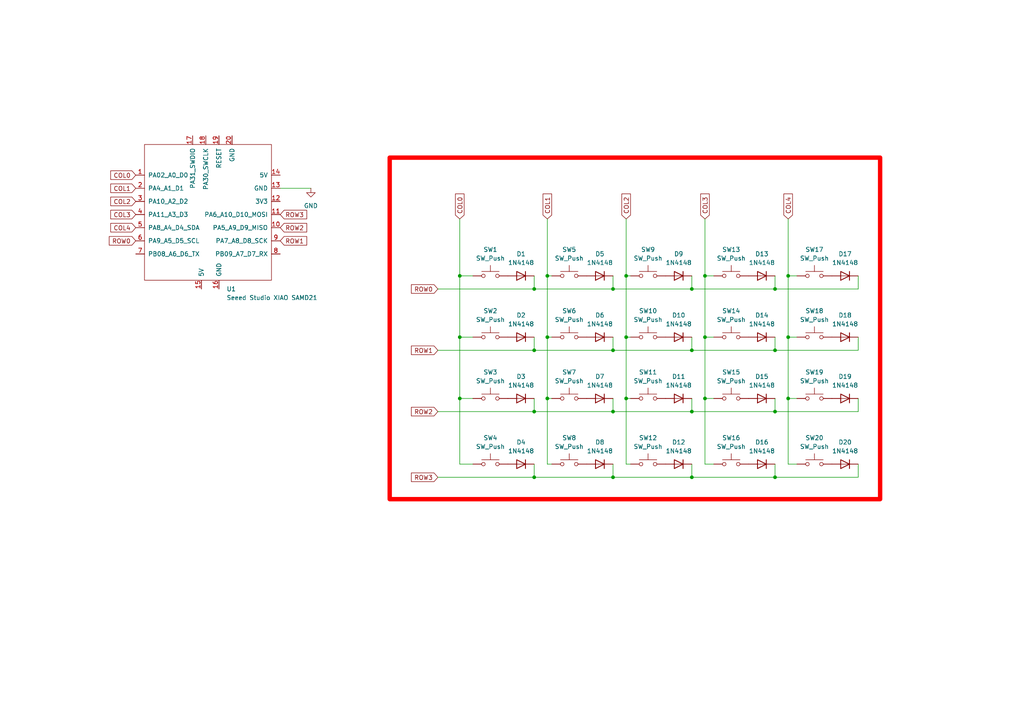
<source format=kicad_sch>
(kicad_sch (version 20231120) (generator "eeschema") (generator_version "8.0")
  (paper "A4")
  (lib_symbols
    (symbol "Diode:1N4148" (pin_numbers hide) (pin_names hide)
      (property "Reference" "D" (at 0 2.54 0))
      (property "Value" "1N4148" (at 0 -2.54 0))
      (symbol "1N4148_0_1"
        (polyline (pts (xy -1.27 1.27) (xy -1.27 -1.27)) (stroke (width 0.254)))
        (polyline (pts (xy 1.27 0) (xy -1.27 0)))
        (polyline (pts (xy 1.27 1.27) (xy 1.27 -1.27) (xy -1.27 0) (xy 1.27 1.27)) (stroke (width 0.254)))
      )
      (symbol "1N4148_1_1"
        (pin passive line (at -3.81 0 0) (length 2.54) (name "K") (number "1"))
        (pin passive line (at 3.81 0 180) (length 2.54) (name "A") (number "2"))
      )
    )
    (symbol "Seeed_Studio_XIAO_Series:Seeed Studio XIAO SAMD21" (pin_names (offset 1.016))
      (property "Reference" "U" (at -19.05 22.86 0))
      (property "Value" "Seeed Studio XIAO SAMD21" (at -12.7 21.59 0))
      (symbol "Seeed Studio XIAO SAMD21_0_1"
        (rectangle (start -19.05 20.32) (end 17.78 -19.05))
      )
      (symbol "Seeed Studio XIAO SAMD21_1_1"
        (pin unspecified line (at -21.59 11.43 0) (length 2.54) (name "PA02_A0_D0") (number "1"))
        (pin unspecified line (at 20.32 -3.81 180) (length 2.54) (name "PA5_A9_D9_MISO") (number "10"))
        (pin unspecified line (at 20.32 0 180) (length 2.54) (name "PA6_A10_D10_MOSI") (number "11"))
        (pin unspecified line (at 20.32 3.81 180) (length 2.54) (name "3V3") (number "12"))
        (pin unspecified line (at 20.32 7.62 180) (length 2.54) (name "GND") (number "13"))
        (pin unspecified line (at 20.32 11.43 180) (length 2.54) (name "5V") (number "14"))
        (pin input line (at -2.54 -21.59 90) (length 2.54) (name "5V") (number "15"))
        (pin input line (at 2.54 -21.59 90) (length 2.54) (name "GND") (number "16"))
        (pin input line (at -5.08 22.86 270) (length 2.54) (name "PA31_SWDIO") (number "17"))
        (pin input line (at -1.27 22.86 270) (length 2.54) (name "PA30_SWCLK") (number "18"))
        (pin input line (at 2.54 22.86 270) (length 2.54) (name "RESET") (number "19"))
        (pin unspecified line (at -21.59 7.62 0) (length 2.54) (name "PA4_A1_D1") (number "2"))
        (pin input line (at 6.35 22.86 270) (length 2.54) (name "GND") (number "20"))
        (pin unspecified line (at -21.59 3.81 0) (length 2.54) (name "PA10_A2_D2") (number "3"))
        (pin unspecified line (at -21.59 0 0) (length 2.54) (name "PA11_A3_D3") (number "4"))
        (pin unspecified line (at -21.59 -3.81 0) (length 2.54) (name "PA8_A4_D4_SDA") (number "5"))
        (pin unspecified line (at -21.59 -7.62 0) (length 2.54) (name "PA9_A5_D5_SCL") (number "6"))
        (pin unspecified line (at -21.59 -11.43 0) (length 2.54) (name "PB08_A6_D6_TX") (number "7"))
        (pin unspecified line (at 20.32 -11.43 180) (length 2.54) (name "PB09_A7_D7_RX") (number "8"))
        (pin unspecified line (at 20.32 -7.62 180) (length 2.54) (name "PA7_A8_D8_SCK") (number "9"))
      )
    )
    (symbol "Switch:SW_Push" (pin_numbers hide) (pin_names (offset 1.016) hide)
      (property "Reference" "SW" (at 1.27 2.54 0))
      (property "Value" "SW_Push" (at 0 -1.524 0))
      (symbol "SW_Push_0_1"
        (circle (center -2.032 0) (radius 0.508))
        (polyline (pts (xy 0 1.27) (xy 0 3.048)))
        (polyline (pts (xy 2.54 1.27) (xy -2.54 1.27)))
        (circle (center 2.032 0) (radius 0.508))
        (pin passive line (at -5.08 0 0) (length 2.54) (name "1") (number "1"))
        (pin passive line (at 5.08 0 180) (length 2.54) (name "2") (number "2"))
      )
    )
    (symbol "power:GND" (power) (pin_numbers hide) (pin_names (offset 0) hide)
      (property "Value" "GND" (at 0 -3.81 0))
      (symbol "GND_0_1"
        (polyline (pts (xy 0 0) (xy 0 -1.27) (xy 1.27 -1.27) (xy 0 -2.54) (xy -1.27 -1.27) (xy 0 -1.27)))
      )
      (symbol "GND_1_1"
        (pin power_in line (at 0 0 270) (length 0) (name "~") (number "1"))
      )
    )
  )
  (junction (at 158.75 80.01))
  (junction (at 158.75 97.79))
  (junction (at 133.35 97.79))
  (junction (at 133.35 115.57))
  (junction (at 224.79 119.38))
  (junction (at 228.6 97.79))
  (junction (at 181.61 80.01))
  (junction (at 204.47 115.57))
  (junction (at 224.79 101.6))
  (junction (at 154.94 119.38))
  (junction (at 200.66 138.43))
  (junction (at 204.47 80.01))
  (junction (at 154.94 83.82))
  (junction (at 228.6 115.57))
  (junction (at 200.66 119.38))
  (junction (at 177.8 119.38))
  (junction (at 158.75 115.57))
  (junction (at 204.47 97.79))
  (junction (at 181.61 115.57))
  (junction (at 200.66 83.82))
  (junction (at 228.6 80.01))
  (junction (at 200.66 101.6))
  (junction (at 133.35 80.01))
  (junction (at 154.94 138.43))
  (junction (at 177.8 138.43))
  (junction (at 177.8 83.82))
  (junction (at 181.61 97.79))
  (junction (at 224.79 83.82))
  (junction (at 177.8 101.6))
  (junction (at 224.79 138.43))
  (junction (at 154.94 101.6))
  (wire (pts (xy 228.6 80.01) (xy 228.6 97.79)))
  (wire (pts (xy 177.8 80.01) (xy 177.8 83.82)))
  (wire (pts (xy 181.61 134.62) (xy 182.88 134.62)))
  (wire (pts (xy 158.75 63.5) (xy 158.75 80.01)))
  (wire (pts (xy 158.75 115.57) (xy 158.75 134.62)))
  (wire (pts (xy 127 83.82) (xy 154.94 83.82)))
  (wire (pts (xy 181.61 115.57) (xy 182.88 115.57)))
  (wire (pts (xy 200.66 97.79) (xy 200.66 101.6)))
  (wire (pts (xy 228.6 63.5) (xy 228.6 80.01)))
  (wire (pts (xy 154.94 80.01) (xy 154.94 83.82)))
  (wire (pts (xy 154.94 101.6) (xy 177.8 101.6)))
  (wire (pts (xy 133.35 80.01) (xy 133.35 97.79)))
  (wire (pts (xy 133.35 115.57) (xy 137.16 115.57)))
  (wire (pts (xy 158.75 80.01) (xy 160.02 80.01)))
  (wire (pts (xy 158.75 80.01) (xy 158.75 97.79)))
  (wire (pts (xy 177.8 83.82) (xy 200.66 83.82)))
  (wire (pts (xy 181.61 115.57) (xy 181.61 134.62)))
  (wire (pts (xy 177.8 134.62) (xy 177.8 138.43)))
  (wire (pts (xy 177.8 138.43) (xy 200.66 138.43)))
  (wire (pts (xy 228.6 115.57) (xy 231.14 115.57)))
  (wire (pts (xy 177.8 97.79) (xy 177.8 101.6)))
  (wire (pts (xy 228.6 134.62) (xy 231.14 134.62)))
  (wire (pts (xy 224.79 119.38) (xy 248.92 119.38)))
  (wire (pts (xy 127 119.38) (xy 154.94 119.38)))
  (wire (pts (xy 224.79 101.6) (xy 248.92 101.6)))
  (wire (pts (xy 133.35 134.62) (xy 137.16 134.62)))
  (wire (pts (xy 181.61 63.5) (xy 181.61 80.01)))
  (wire (pts (xy 224.79 80.01) (xy 224.79 83.82)))
  (wire (pts (xy 181.61 97.79) (xy 182.88 97.79)))
  (wire (pts (xy 154.94 83.82) (xy 177.8 83.82)))
  (wire (pts (xy 181.61 97.79) (xy 181.61 115.57)))
  (wire (pts (xy 133.35 97.79) (xy 133.35 115.57)))
  (wire (pts (xy 133.35 97.79) (xy 137.16 97.79)))
  (wire (pts (xy 248.92 134.62) (xy 248.92 138.43)))
  (wire (pts (xy 224.79 138.43) (xy 248.92 138.43)))
  (wire (pts (xy 204.47 134.62) (xy 207.01 134.62)))
  (wire (pts (xy 200.66 119.38) (xy 224.79 119.38)))
  (wire (pts (xy 154.94 115.57) (xy 154.94 119.38)))
  (wire (pts (xy 177.8 101.6) (xy 200.66 101.6)))
  (wire (pts (xy 200.66 138.43) (xy 224.79 138.43)))
  (wire (pts (xy 224.79 134.62) (xy 224.79 138.43)))
  (wire (pts (xy 224.79 97.79) (xy 224.79 101.6)))
  (wire (pts (xy 133.35 63.5) (xy 133.35 80.01)))
  (wire (pts (xy 248.92 80.01) (xy 248.92 83.82)))
  (wire (pts (xy 154.94 119.38) (xy 177.8 119.38)))
  (wire (pts (xy 158.75 97.79) (xy 158.75 115.57)))
  (wire (pts (xy 248.92 97.79) (xy 248.92 101.6)))
  (wire (pts (xy 204.47 80.01) (xy 207.01 80.01)))
  (wire (pts (xy 204.47 97.79) (xy 204.47 115.57)))
  (wire (pts (xy 127 101.6) (xy 154.94 101.6)))
  (wire (pts (xy 177.8 115.57) (xy 177.8 119.38)))
  (wire (pts (xy 200.66 134.62) (xy 200.66 138.43)))
  (wire (pts (xy 228.6 97.79) (xy 228.6 115.57)))
  (wire (pts (xy 228.6 97.79) (xy 231.14 97.79)))
  (wire (pts (xy 177.8 119.38) (xy 200.66 119.38)))
  (wire (pts (xy 231.14 80.01) (xy 228.6 80.01)))
  (wire (pts (xy 181.61 80.01) (xy 181.61 97.79)))
  (wire (pts (xy 228.6 115.57) (xy 228.6 134.62)))
  (wire (pts (xy 200.66 80.01) (xy 200.66 83.82)))
  (wire (pts (xy 158.75 97.79) (xy 160.02 97.79)))
  (wire (pts (xy 248.92 115.57) (xy 248.92 119.38)))
  (wire (pts (xy 224.79 115.57) (xy 224.79 119.38)))
  (wire (pts (xy 204.47 63.5) (xy 204.47 80.01)))
  (wire (pts (xy 133.35 80.01) (xy 137.16 80.01)))
  (wire (pts (xy 200.66 83.82) (xy 224.79 83.82)))
  (wire (pts (xy 204.47 115.57) (xy 207.01 115.57)))
  (wire (pts (xy 81.28 54.61) (xy 90.17 54.61)))
  (wire (pts (xy 154.94 97.79) (xy 154.94 101.6)))
  (wire (pts (xy 154.94 138.43) (xy 177.8 138.43)))
  (wire (pts (xy 200.66 115.57) (xy 200.66 119.38)))
  (wire (pts (xy 158.75 134.62) (xy 160.02 134.62)))
  (wire (pts (xy 158.75 115.57) (xy 160.02 115.57)))
  (wire (pts (xy 133.35 115.57) (xy 133.35 134.62)))
  (wire (pts (xy 204.47 115.57) (xy 204.47 134.62)))
  (wire (pts (xy 181.61 80.01) (xy 182.88 80.01)))
  (wire (pts (xy 154.94 134.62) (xy 154.94 138.43)))
  (wire (pts (xy 127 138.43) (xy 154.94 138.43)))
  (wire (pts (xy 200.66 101.6) (xy 224.79 101.6)))
  (wire (pts (xy 204.47 80.01) (xy 204.47 97.79)))
  (wire (pts (xy 204.47 97.79) (xy 207.01 97.79)))
  (wire (pts (xy 224.79 83.82) (xy 248.92 83.82)))
  (rectangle (start 113.03 45.72) (end 255.27 144.78) (stroke (width 1.27) (color 255 0 0 1)))
  (global_label "ROW0" (shape input) (at 127 83.82 180) (property "Intersheetrefs" "${INTERSHEET_REFS}" (effects (hide yes))))
  (global_label "COL0" (shape input) (at 133.35 63.5 90) (property "Intersheetrefs" "${INTERSHEET_REFS}" (effects (hide yes))))
  (global_label "ROW2" (shape input) (at 81.28 66.04 0) (property "Intersheetrefs" "${INTERSHEET_REFS}" (effects (hide yes))))
  (global_label "COL3" (shape input) (at 39.37 62.23 180) (property "Intersheetrefs" "${INTERSHEET_REFS}" (effects (hide yes))))
  (global_label "COL3" (shape input) (at 204.47 63.5 90) (property "Intersheetrefs" "${INTERSHEET_REFS}" (effects (hide yes))))
  (global_label "ROW1" (shape input) (at 81.28 69.85 0) (property "Intersheetrefs" "${INTERSHEET_REFS}" (effects (hide yes))))
  (global_label "COL1" (shape input) (at 158.75 63.5 90) (property "Intersheetrefs" "${INTERSHEET_REFS}" (effects (hide yes))))
  (global_label "ROW3" (shape input) (at 127 138.43 180) (property "Intersheetrefs" "${INTERSHEET_REFS}" (effects (hide yes))))
  (global_label "COL1" (shape input) (at 39.37 54.61 180) (property "Intersheetrefs" "${INTERSHEET_REFS}" (effects (hide yes))))
  (global_label "ROW1" (shape input) (at 127 101.6 180) (property "Intersheetrefs" "${INTERSHEET_REFS}" (effects (hide yes))))
  (global_label "COL2" (shape input) (at 39.37 58.42 180) (property "Intersheetrefs" "${INTERSHEET_REFS}" (effects (hide yes))))
  (global_label "COL4" (shape input) (at 39.37 66.04 180) (property "Intersheetrefs" "${INTERSHEET_REFS}" (effects (hide yes))))
  (global_label "ROW0" (shape input) (at 39.37 69.85 180) (property "Intersheetrefs" "${INTERSHEET_REFS}" (effects (hide yes))))
  (global_label "ROW2" (shape input) (at 127 119.38 180) (property "Intersheetrefs" "${INTERSHEET_REFS}" (effects (hide yes))))
  (global_label "ROW3" (shape input) (at 81.28 62.23 0) (property "Intersheetrefs" "${INTERSHEET_REFS}" (effects (hide yes))))
  (global_label "COL0" (shape input) (at 39.37 50.8 180) (property "Intersheetrefs" "${INTERSHEET_REFS}" (effects (hide yes))))
  (global_label "COL2" (shape input) (at 181.61 63.5 90) (property "Intersheetrefs" "${INTERSHEET_REFS}" (effects (hide yes))))
  (global_label "COL4" (shape input) (at 228.6 63.5 90) (property "Intersheetrefs" "${INTERSHEET_REFS}" (effects (hide yes))))
  (symbol (lib_id "Diode:1N4148") (at 196.85 115.57 180) (unit 1)
    (property "Reference" "D11" (at 196.85 109.22 0))
    (property "Value" "1N4148" (at 196.85 111.76 0))
    (property "Footprint" "Diode_THT:D_DO-35_SOD27_P7.62mm_Horizontal" (effects (hide yes)))
    (property "Datasheet" "https://assets.nexperia.com/documents/data-sheet/1N4148_1N4448.pdf" (effects (hide yes)))
    (property "Description" "100V 0.15A standard switching diode, DO-35" (effects (hide yes)))
    (property "Sim.Device" "D" (effects (hide yes)))
    (property "Sim.Pins" "1=K 2=A" (effects (hide yes)))
  )
  (symbol (lib_id "Switch:SW_Push") (at 165.1 80.01 0) (unit 1)
    (property "Reference" "SW5" (at 165.1 72.39 0))
    (property "Value" "SW_Push" (at 165.1 74.93 0))
    (property "Footprint" "Button_Switch_Keyboard:SW_Cherry_MX_1.00u_PCB" (effects (hide yes)))
    (property "Description" "Push button switch, generic, two pins" (effects (hide yes)))
  )
  (symbol (lib_id "Diode:1N4148") (at 151.13 80.01 180) (unit 1)
    (property "Reference" "D1" (at 151.13 73.66 0))
    (property "Value" "1N4148" (at 151.13 76.2 0))
    (property "Footprint" "Diode_THT:D_DO-35_SOD27_P7.62mm_Horizontal" (effects (hide yes)))
    (property "Datasheet" "https://assets.nexperia.com/documents/data-sheet/1N4148_1N4448.pdf" (effects (hide yes)))
    (property "Description" "100V 0.15A standard switching diode, DO-35" (effects (hide yes)))
    (property "Sim.Device" "D" (effects (hide yes)))
    (property "Sim.Pins" "1=K 2=A" (effects (hide yes)))
  )
  (symbol (lib_id "Diode:1N4148") (at 151.13 97.79 180) (unit 1)
    (property "Reference" "D2" (at 151.13 91.44 0))
    (property "Value" "1N4148" (at 151.13 93.98 0))
    (property "Footprint" "Diode_THT:D_DO-35_SOD27_P7.62mm_Horizontal" (effects (hide yes)))
    (property "Datasheet" "https://assets.nexperia.com/documents/data-sheet/1N4148_1N4448.pdf" (effects (hide yes)))
    (property "Description" "100V 0.15A standard switching diode, DO-35" (effects (hide yes)))
    (property "Sim.Device" "D" (effects (hide yes)))
    (property "Sim.Pins" "1=K 2=A" (effects (hide yes)))
  )
  (symbol (lib_id "Switch:SW_Push") (at 236.22 115.57 0) (unit 1)
    (property "Reference" "SW19" (at 236.22 107.95 0))
    (property "Value" "SW_Push" (at 236.22 110.49 0))
    (property "Footprint" "Button_Switch_Keyboard:SW_Cherry_MX_1.00u_PCB" (effects (hide yes)))
    (property "Description" "Push button switch, generic, two pins" (effects (hide yes)))
  )
  (symbol (lib_id "Switch:SW_Push") (at 212.09 80.01 0) (unit 1)
    (property "Reference" "SW13" (at 212.09 72.39 0))
    (property "Value" "SW_Push" (at 212.09 74.93 0))
    (property "Footprint" "Button_Switch_Keyboard:SW_Cherry_MX_1.00u_PCB" (effects (hide yes)))
    (property "Description" "Push button switch, generic, two pins" (effects (hide yes)))
  )
  (symbol (lib_id "Seeed_Studio_XIAO_Series:Seeed Studio XIAO SAMD21") (at 60.96 62.23 0) (unit 1)
    (property "Reference" "U1" (at 65.6941 83.82 0) (effects (justify left)))
    (property "Value" "Seeed Studio XIAO SAMD21" (at 65.6941 86.36 0) (effects (justify left)))
    (property "Footprint" "Seeed Studio XIAO Series Library:XIAO-RP2040-DIP" (effects (hide yes)))
  )
  (symbol (lib_id "Switch:SW_Push") (at 187.96 134.62 0) (unit 1)
    (property "Reference" "SW12" (at 187.96 127 0))
    (property "Value" "SW_Push" (at 187.96 129.54 0))
    (property "Footprint" "Button_Switch_Keyboard:SW_Cherry_MX_1.00u_PCB" (effects (hide yes)))
    (property "Description" "Push button switch, generic, two pins" (effects (hide yes)))
  )
  (symbol (lib_id "Diode:1N4148") (at 173.99 97.79 180) (unit 1)
    (property "Reference" "D6" (at 173.99 91.44 0))
    (property "Value" "1N4148" (at 173.99 93.98 0))
    (property "Footprint" "Diode_THT:D_DO-35_SOD27_P7.62mm_Horizontal" (effects (hide yes)))
    (property "Datasheet" "https://assets.nexperia.com/documents/data-sheet/1N4148_1N4448.pdf" (effects (hide yes)))
    (property "Description" "100V 0.15A standard switching diode, DO-35" (effects (hide yes)))
    (property "Sim.Device" "D" (effects (hide yes)))
    (property "Sim.Pins" "1=K 2=A" (effects (hide yes)))
  )
  (symbol (lib_id "Switch:SW_Push") (at 187.96 115.57 0) (unit 1)
    (property "Reference" "SW11" (at 187.96 107.95 0))
    (property "Value" "SW_Push" (at 187.96 110.49 0))
    (property "Footprint" "Button_Switch_Keyboard:SW_Cherry_MX_1.00u_PCB" (effects (hide yes)))
    (property "Description" "Push button switch, generic, two pins" (effects (hide yes)))
  )
  (symbol (lib_id "Switch:SW_Push") (at 142.24 80.01 0) (unit 1)
    (property "Reference" "SW1" (at 142.24 72.39 0))
    (property "Value" "SW_Push" (at 142.24 74.93 0))
    (property "Footprint" "Button_Switch_Keyboard:SW_Cherry_MX_1.00u_PCB" (effects (hide yes)))
    (property "Description" "Push button switch, generic, two pins" (effects (hide yes)))
  )
  (symbol (lib_id "Switch:SW_Push") (at 212.09 134.62 0) (unit 1)
    (property "Reference" "SW16" (at 212.09 127 0))
    (property "Value" "SW_Push" (at 212.09 129.54 0))
    (property "Footprint" "Button_Switch_Keyboard:SW_Cherry_MX_1.00u_PCB" (effects (hide yes)))
    (property "Description" "Push button switch, generic, two pins" (effects (hide yes)))
  )
  (symbol (lib_id "Diode:1N4148") (at 173.99 115.57 180) (unit 1)
    (property "Reference" "D7" (at 173.99 109.22 0))
    (property "Value" "1N4148" (at 173.99 111.76 0))
    (property "Footprint" "Diode_THT:D_DO-35_SOD27_P7.62mm_Horizontal" (effects (hide yes)))
    (property "Datasheet" "https://assets.nexperia.com/documents/data-sheet/1N4148_1N4448.pdf" (effects (hide yes)))
    (property "Description" "100V 0.15A standard switching diode, DO-35" (effects (hide yes)))
    (property "Sim.Device" "D" (effects (hide yes)))
    (property "Sim.Pins" "1=K 2=A" (effects (hide yes)))
  )
  (symbol (lib_id "Switch:SW_Push") (at 165.1 134.62 0) (unit 1)
    (property "Reference" "SW8" (at 165.1 127 0))
    (property "Value" "SW_Push" (at 165.1 129.54 0))
    (property "Footprint" "Button_Switch_Keyboard:SW_Cherry_MX_1.00u_PCB" (effects (hide yes)))
    (property "Description" "Push button switch, generic, two pins" (effects (hide yes)))
  )
  (symbol (lib_id "Diode:1N4148") (at 220.98 115.57 180) (unit 1)
    (property "Reference" "D15" (at 220.98 109.22 0))
    (property "Value" "1N4148" (at 220.98 111.76 0))
    (property "Footprint" "Diode_THT:D_DO-35_SOD27_P7.62mm_Horizontal" (effects (hide yes)))
    (property "Datasheet" "https://assets.nexperia.com/documents/data-sheet/1N4148_1N4448.pdf" (effects (hide yes)))
    (property "Description" "100V 0.15A standard switching diode, DO-35" (effects (hide yes)))
    (property "Sim.Device" "D" (effects (hide yes)))
    (property "Sim.Pins" "1=K 2=A" (effects (hide yes)))
  )
  (symbol (lib_id "Diode:1N4148") (at 220.98 134.62 180) (unit 1)
    (property "Reference" "D16" (at 220.98 128.27 0))
    (property "Value" "1N4148" (at 220.98 130.81 0))
    (property "Footprint" "Diode_THT:D_DO-35_SOD27_P7.62mm_Horizontal" (effects (hide yes)))
    (property "Datasheet" "https://assets.nexperia.com/documents/data-sheet/1N4148_1N4448.pdf" (effects (hide yes)))
    (property "Description" "100V 0.15A standard switching diode, DO-35" (effects (hide yes)))
    (property "Sim.Device" "D" (effects (hide yes)))
    (property "Sim.Pins" "1=K 2=A" (effects (hide yes)))
  )
  (symbol (lib_id "Diode:1N4148") (at 173.99 80.01 180) (unit 1)
    (property "Reference" "D5" (at 173.99 73.66 0))
    (property "Value" "1N4148" (at 173.99 76.2 0))
    (property "Footprint" "Diode_THT:D_DO-35_SOD27_P7.62mm_Horizontal" (effects (hide yes)))
    (property "Datasheet" "https://assets.nexperia.com/documents/data-sheet/1N4148_1N4448.pdf" (effects (hide yes)))
    (property "Description" "100V 0.15A standard switching diode, DO-35" (effects (hide yes)))
    (property "Sim.Device" "D" (effects (hide yes)))
    (property "Sim.Pins" "1=K 2=A" (effects (hide yes)))
  )
  (symbol (lib_id "Diode:1N4148") (at 245.11 80.01 180) (unit 1)
    (property "Reference" "D17" (at 245.11 73.66 0))
    (property "Value" "1N4148" (at 245.11 76.2 0))
    (property "Footprint" "Diode_THT:D_DO-35_SOD27_P7.62mm_Horizontal" (effects (hide yes)))
    (property "Datasheet" "https://assets.nexperia.com/documents/data-sheet/1N4148_1N4448.pdf" (effects (hide yes)))
    (property "Description" "100V 0.15A standard switching diode, DO-35" (effects (hide yes)))
    (property "Sim.Device" "D" (effects (hide yes)))
    (property "Sim.Pins" "1=K 2=A" (effects (hide yes)))
  )
  (symbol (lib_id "Diode:1N4148") (at 151.13 115.57 180) (unit 1)
    (property "Reference" "D3" (at 151.13 109.22 0))
    (property "Value" "1N4148" (at 151.13 111.76 0))
    (property "Footprint" "Diode_THT:D_DO-35_SOD27_P7.62mm_Horizontal" (effects (hide yes)))
    (property "Datasheet" "https://assets.nexperia.com/documents/data-sheet/1N4148_1N4448.pdf" (effects (hide yes)))
    (property "Description" "100V 0.15A standard switching diode, DO-35" (effects (hide yes)))
    (property "Sim.Device" "D" (effects (hide yes)))
    (property "Sim.Pins" "1=K 2=A" (effects (hide yes)))
  )
  (symbol (lib_id "Diode:1N4148") (at 245.11 97.79 180) (unit 1)
    (property "Reference" "D18" (at 245.11 91.44 0))
    (property "Value" "1N4148" (at 245.11 93.98 0))
    (property "Footprint" "Diode_THT:D_DO-35_SOD27_P7.62mm_Horizontal" (effects (hide yes)))
    (property "Datasheet" "https://assets.nexperia.com/documents/data-sheet/1N4148_1N4448.pdf" (effects (hide yes)))
    (property "Description" "100V 0.15A standard switching diode, DO-35" (effects (hide yes)))
    (property "Sim.Device" "D" (effects (hide yes)))
    (property "Sim.Pins" "1=K 2=A" (effects (hide yes)))
  )
  (symbol (lib_id "Diode:1N4148") (at 151.13 134.62 180) (unit 1)
    (property "Reference" "D4" (at 151.13 128.27 0))
    (property "Value" "1N4148" (at 151.13 130.81 0))
    (property "Footprint" "Diode_THT:D_DO-35_SOD27_P7.62mm_Horizontal" (effects (hide yes)))
    (property "Datasheet" "https://assets.nexperia.com/documents/data-sheet/1N4148_1N4448.pdf" (effects (hide yes)))
    (property "Description" "100V 0.15A standard switching diode, DO-35" (effects (hide yes)))
    (property "Sim.Device" "D" (effects (hide yes)))
    (property "Sim.Pins" "1=K 2=A" (effects (hide yes)))
  )
  (symbol (lib_id "Diode:1N4148") (at 196.85 97.79 180) (unit 1)
    (property "Reference" "D10" (at 196.85 91.44 0))
    (property "Value" "1N4148" (at 196.85 93.98 0))
    (property "Footprint" "Diode_THT:D_DO-35_SOD27_P7.62mm_Horizontal" (effects (hide yes)))
    (property "Datasheet" "https://assets.nexperia.com/documents/data-sheet/1N4148_1N4448.pdf" (effects (hide yes)))
    (property "Description" "100V 0.15A standard switching diode, DO-35" (effects (hide yes)))
    (property "Sim.Device" "D" (effects (hide yes)))
    (property "Sim.Pins" "1=K 2=A" (effects (hide yes)))
  )
  (symbol (lib_id "Switch:SW_Push") (at 236.22 97.79 0) (unit 1)
    (property "Reference" "SW18" (at 236.22 90.17 0))
    (property "Value" "SW_Push" (at 236.22 92.71 0))
    (property "Footprint" "Button_Switch_Keyboard:SW_Cherry_MX_1.00u_PCB" (effects (hide yes)))
    (property "Description" "Push button switch, generic, two pins" (effects (hide yes)))
  )
  (symbol (lib_id "Diode:1N4148") (at 245.11 134.62 180) (unit 1)
    (property "Reference" "D20" (at 245.11 128.27 0))
    (property "Value" "1N4148" (at 245.11 130.81 0))
    (property "Footprint" "Diode_THT:D_DO-35_SOD27_P7.62mm_Horizontal" (effects (hide yes)))
    (property "Datasheet" "https://assets.nexperia.com/documents/data-sheet/1N4148_1N4448.pdf" (effects (hide yes)))
    (property "Description" "100V 0.15A standard switching diode, DO-35" (effects (hide yes)))
    (property "Sim.Device" "D" (effects (hide yes)))
    (property "Sim.Pins" "1=K 2=A" (effects (hide yes)))
  )
  (symbol (lib_id "Switch:SW_Push") (at 187.96 97.79 0) (unit 1)
    (property "Reference" "SW10" (at 187.96 90.17 0))
    (property "Value" "SW_Push" (at 187.96 92.71 0))
    (property "Footprint" "Button_Switch_Keyboard:SW_Cherry_MX_1.00u_PCB" (effects (hide yes)))
    (property "Description" "Push button switch, generic, two pins" (effects (hide yes)))
  )
  (symbol (lib_id "Switch:SW_Push") (at 165.1 115.57 0) (unit 1)
    (property "Reference" "SW7" (at 165.1 107.95 0))
    (property "Value" "SW_Push" (at 165.1 110.49 0))
    (property "Footprint" "Button_Switch_Keyboard:SW_Cherry_MX_1.00u_PCB" (effects (hide yes)))
    (property "Description" "Push button switch, generic, two pins" (effects (hide yes)))
  )
  (symbol (lib_id "Switch:SW_Push") (at 187.96 80.01 0) (unit 1)
    (property "Reference" "SW9" (at 187.96 72.39 0))
    (property "Value" "SW_Push" (at 187.96 74.93 0))
    (property "Footprint" "Button_Switch_Keyboard:SW_Cherry_MX_1.00u_PCB" (effects (hide yes)))
    (property "Description" "Push button switch, generic, two pins" (effects (hide yes)))
  )
  (symbol (lib_id "Switch:SW_Push") (at 165.1 97.79 0) (unit 1)
    (property "Reference" "SW6" (at 165.1 90.17 0))
    (property "Value" "SW_Push" (at 165.1 92.71 0))
    (property "Footprint" "Button_Switch_Keyboard:SW_Cherry_MX_1.00u_PCB" (effects (hide yes)))
    (property "Description" "Push button switch, generic, two pins" (effects (hide yes)))
  )
  (symbol (lib_id "Switch:SW_Push") (at 212.09 115.57 0) (unit 1)
    (property "Reference" "SW15" (at 212.09 107.95 0))
    (property "Value" "SW_Push" (at 212.09 110.49 0))
    (property "Footprint" "Button_Switch_Keyboard:SW_Cherry_MX_1.00u_PCB" (effects (hide yes)))
    (property "Description" "Push button switch, generic, two pins" (effects (hide yes)))
  )
  (symbol (lib_id "power:GND") (at 90.17 54.61 0) (unit 1)
    (property "Reference" "#PWR01" (effects (hide yes)))
    (property "Value" "GND" (at 90.17 59.69 0))
    (property "Description" "Power symbol creates a global label with name \"GND\" , ground" (effects (hide yes)))
  )
  (symbol (lib_id "Diode:1N4148") (at 196.85 80.01 180) (unit 1)
    (property "Reference" "D9" (at 196.85 73.66 0))
    (property "Value" "1N4148" (at 196.85 76.2 0))
    (property "Footprint" "Diode_THT:D_DO-35_SOD27_P7.62mm_Horizontal" (effects (hide yes)))
    (property "Datasheet" "https://assets.nexperia.com/documents/data-sheet/1N4148_1N4448.pdf" (effects (hide yes)))
    (property "Description" "100V 0.15A standard switching diode, DO-35" (effects (hide yes)))
    (property "Sim.Device" "D" (effects (hide yes)))
    (property "Sim.Pins" "1=K 2=A" (effects (hide yes)))
  )
  (symbol (lib_id "Switch:SW_Push") (at 142.24 97.79 0) (unit 1)
    (property "Reference" "SW2" (at 142.24 90.17 0))
    (property "Value" "SW_Push" (at 142.24 92.71 0))
    (property "Footprint" "Button_Switch_Keyboard:SW_Cherry_MX_1.00u_PCB" (effects (hide yes)))
    (property "Description" "Push button switch, generic, two pins" (effects (hide yes)))
  )
  (symbol (lib_id "Diode:1N4148") (at 220.98 80.01 180) (unit 1)
    (property "Reference" "D13" (at 220.98 73.66 0))
    (property "Value" "1N4148" (at 220.98 76.2 0))
    (property "Footprint" "Diode_THT:D_DO-35_SOD27_P7.62mm_Horizontal" (effects (hide yes)))
    (property "Datasheet" "https://assets.nexperia.com/documents/data-sheet/1N4148_1N4448.pdf" (effects (hide yes)))
    (property "Description" "100V 0.15A standard switching diode, DO-35" (effects (hide yes)))
    (property "Sim.Device" "D" (effects (hide yes)))
    (property "Sim.Pins" "1=K 2=A" (effects (hide yes)))
  )
  (symbol (lib_id "Diode:1N4148") (at 173.99 134.62 180) (unit 1)
    (property "Reference" "D8" (at 173.99 128.27 0))
    (property "Value" "1N4148" (at 173.99 130.81 0))
    (property "Footprint" "Diode_THT:D_DO-35_SOD27_P7.62mm_Horizontal" (effects (hide yes)))
    (property "Datasheet" "https://assets.nexperia.com/documents/data-sheet/1N4148_1N4448.pdf" (effects (hide yes)))
    (property "Description" "100V 0.15A standard switching diode, DO-35" (effects (hide yes)))
    (property "Sim.Device" "D" (effects (hide yes)))
    (property "Sim.Pins" "1=K 2=A" (effects (hide yes)))
  )
  (symbol (lib_id "Diode:1N4148") (at 245.11 115.57 180) (unit 1)
    (property "Reference" "D19" (at 245.11 109.22 0))
    (property "Value" "1N4148" (at 245.11 111.76 0))
    (property "Footprint" "Diode_THT:D_DO-35_SOD27_P7.62mm_Horizontal" (effects (hide yes)))
    (property "Datasheet" "https://assets.nexperia.com/documents/data-sheet/1N4148_1N4448.pdf" (effects (hide yes)))
    (property "Description" "100V 0.15A standard switching diode, DO-35" (effects (hide yes)))
    (property "Sim.Device" "D" (effects (hide yes)))
    (property "Sim.Pins" "1=K 2=A" (effects (hide yes)))
  )
  (symbol (lib_id "Switch:SW_Push") (at 236.22 80.01 0) (unit 1)
    (property "Reference" "SW17" (at 236.22 72.39 0))
    (property "Value" "SW_Push" (at 236.22 74.93 0))
    (property "Footprint" "Button_Switch_Keyboard:SW_Cherry_MX_1.00u_PCB" (effects (hide yes)))
    (property "Description" "Push button switch, generic, two pins" (effects (hide yes)))
  )
  (symbol (lib_id "Diode:1N4148") (at 196.85 134.62 180) (unit 1)
    (property "Reference" "D12" (at 196.85 128.27 0))
    (property "Value" "1N4148" (at 196.85 130.81 0))
    (property "Footprint" "Diode_THT:D_DO-35_SOD27_P7.62mm_Horizontal" (effects (hide yes)))
    (property "Datasheet" "https://assets.nexperia.com/documents/data-sheet/1N4148_1N4448.pdf" (effects (hide yes)))
    (property "Description" "100V 0.15A standard switching diode, DO-35" (effects (hide yes)))
    (property "Sim.Device" "D" (effects (hide yes)))
    (property "Sim.Pins" "1=K 2=A" (effects (hide yes)))
  )
  (symbol (lib_id "Switch:SW_Push") (at 212.09 97.79 0) (unit 1)
    (property "Reference" "SW14" (at 212.09 90.17 0))
    (property "Value" "SW_Push" (at 212.09 92.71 0))
    (property "Footprint" "Button_Switch_Keyboard:SW_Cherry_MX_1.00u_PCB" (effects (hide yes)))
    (property "Description" "Push button switch, generic, two pins" (effects (hide yes)))
  )
  (symbol (lib_id "Diode:1N4148") (at 220.98 97.79 180) (unit 1)
    (property "Reference" "D14" (at 220.98 91.44 0))
    (property "Value" "1N4148" (at 220.98 93.98 0))
    (property "Footprint" "Diode_THT:D_DO-35_SOD27_P7.62mm_Horizontal" (effects (hide yes)))
    (property "Datasheet" "https://assets.nexperia.com/documents/data-sheet/1N4148_1N4448.pdf" (effects (hide yes)))
    (property "Description" "100V 0.15A standard switching diode, DO-35" (effects (hide yes)))
    (property "Sim.Device" "D" (effects (hide yes)))
    (property "Sim.Pins" "1=K 2=A" (effects (hide yes)))
  )
  (symbol (lib_id "Switch:SW_Push") (at 142.24 134.62 0) (unit 1)
    (property "Reference" "SW4" (at 142.24 127 0))
    (property "Value" "SW_Push" (at 142.24 129.54 0))
    (property "Footprint" "Button_Switch_Keyboard:SW_Cherry_MX_1.00u_PCB" (effects (hide yes)))
    (property "Description" "Push button switch, generic, two pins" (effects (hide yes)))
  )
  (symbol (lib_id "Switch:SW_Push") (at 236.22 134.62 0) (unit 1)
    (property "Reference" "SW20" (at 236.22 127 0))
    (property "Value" "SW_Push" (at 236.22 129.54 0))
    (property "Footprint" "Button_Switch_Keyboard:SW_Cherry_MX_1.00u_PCB" (effects (hide yes)))
    (property "Description" "Push button switch, generic, two pins" (effects (hide yes)))
  )
  (symbol (lib_id "Switch:SW_Push") (at 142.24 115.57 0) (unit 1)
    (property "Reference" "SW3" (at 142.24 107.95 0))
    (property "Value" "SW_Push" (at 142.24 110.49 0))
    (property "Footprint" "Button_Switch_Keyboard:SW_Cherry_MX_1.00u_PCB" (effects (hide yes)))
    (property "Description" "Push button switch, generic, two pins" (effects (hide yes)))
  )
)
</source>
